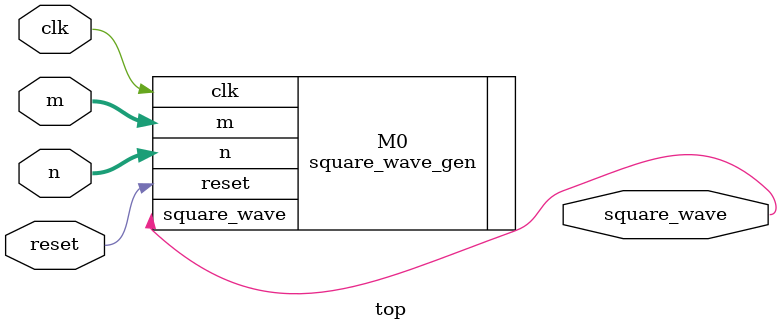
<source format=sv>
`timescale 1ns / 1ps


module top(
        
        input logic [3:0]m,
        input logic [3:0]n,
        input logic clk, reset,
        output logic square_wave 
    );
    
    square_wave_gen M0 (.m(m), .n(n), .clk(clk), .reset(reset),  .square_wave(square_wave));
    
endmodule
</source>
